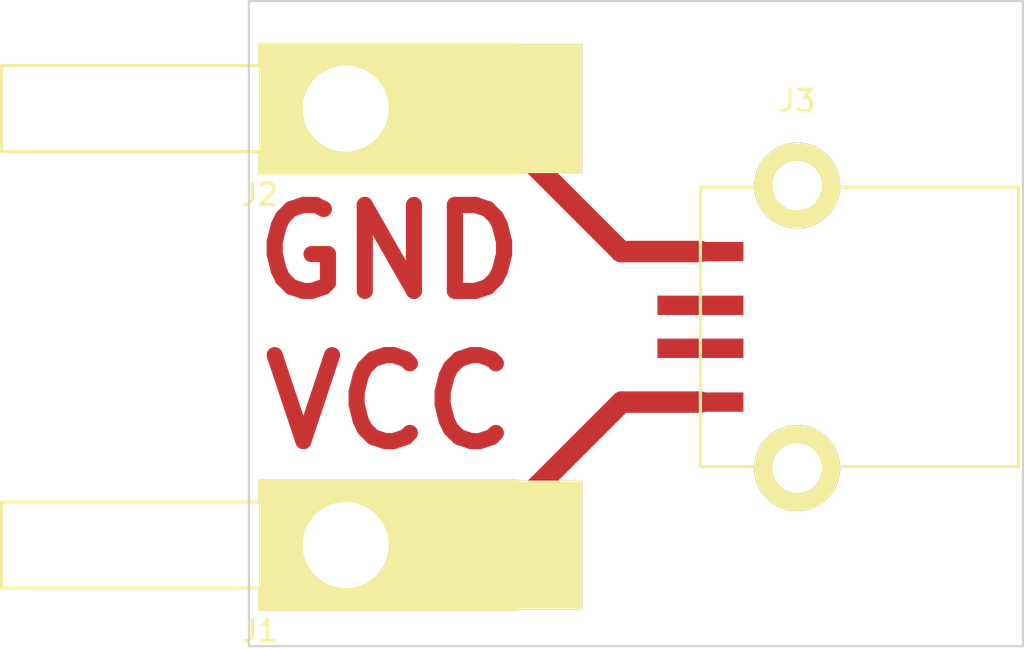
<source format=kicad_pcb>
(kicad_pcb (version 4) (host pcbnew "(2015-06-16 BZR 5762, Git d3b3131)-product")

  (general
    (links 2)
    (no_connects 0)
    (area 7.724999 14.875 55.575001 45.275)
    (thickness 1.6)
    (drawings 6)
    (tracks 6)
    (zones 0)
    (modules 3)
    (nets 5)
  )

  (page A4)
  (layers
    (0 F.Cu signal)
    (31 B.Cu signal)
    (32 B.Adhes user)
    (33 F.Adhes user)
    (34 B.Paste user)
    (35 F.Paste user)
    (36 B.SilkS user)
    (37 F.SilkS user)
    (38 B.Mask user)
    (39 F.Mask user)
    (40 Dwgs.User user)
    (41 Cmts.User user)
    (42 Eco1.User user)
    (43 Eco2.User user)
    (44 Edge.Cuts user)
    (45 Margin user)
    (46 B.CrtYd user)
    (47 F.CrtYd user)
    (48 B.Fab user)
    (49 F.Fab user)
  )

  (setup
    (last_trace_width 0.25)
    (user_trace_width 0.5)
    (user_trace_width 1)
    (user_trace_width 1.5)
    (trace_clearance 0.2)
    (zone_clearance 0.508)
    (zone_45_only no)
    (trace_min 0.2)
    (segment_width 0.2)
    (edge_width 0.1)
    (via_size 0.6)
    (via_drill 0.4)
    (via_min_size 0.4)
    (via_min_drill 0.3)
    (uvia_size 0.3)
    (uvia_drill 0.1)
    (uvias_allowed no)
    (uvia_min_size 0.2)
    (uvia_min_drill 0.1)
    (pcb_text_width 0.3)
    (pcb_text_size 1.5 1.5)
    (mod_edge_width 0.15)
    (mod_text_size 1 1)
    (mod_text_width 0.15)
    (pad_size 1.5 1.5)
    (pad_drill 0.6)
    (pad_to_mask_clearance 0)
    (aux_axis_origin 0 0)
    (visible_elements 7FFFFFFF)
    (pcbplotparams
      (layerselection 0x00030_80000001)
      (usegerberextensions false)
      (excludeedgelayer true)
      (linewidth 0.100000)
      (plotframeref false)
      (viasonmask false)
      (mode 1)
      (useauxorigin false)
      (hpglpennumber 1)
      (hpglpenspeed 20)
      (hpglpendiameter 15)
      (hpglpenoverlay 2)
      (psnegative false)
      (psa4output false)
      (plotreference true)
      (plotvalue true)
      (plotinvisibletext false)
      (padsonsilk false)
      (subtractmaskfromsilk false)
      (outputformat 1)
      (mirror false)
      (drillshape 1)
      (scaleselection 1)
      (outputdirectory ""))
  )

  (net 0 "")
  (net 1 "Net-(J3-Pad3)")
  (net 2 "Net-(J3-Pad2)")
  (net 3 VCC)
  (net 4 GND)

  (net_class Default "This is the default net class."
    (clearance 0.2)
    (trace_width 0.25)
    (via_dia 0.6)
    (via_drill 0.4)
    (uvia_dia 0.3)
    (uvia_drill 0.1)
    (add_net GND)
    (add_net "Net-(J3-Pad2)")
    (add_net "Net-(J3-Pad3)")
    (add_net VCC)
  )

  (module suf_connector_misc:BANANA-PLUG (layer F.Cu) (tedit 5588DF18) (tstamp 5588E14E)
    (at 20 40.3)
    (path /5588DE6D)
    (fp_text reference J1 (at 0 4) (layer F.SilkS)
      (effects (font (size 1 1) (thickness 0.15)))
    )
    (fp_text value CONN_1 (at 0 -4) (layer F.Fab)
      (effects (font (size 1 1) (thickness 0.15)))
    )
    (fp_line (start 0 -2) (end -12 -2) (layer F.SilkS) (width 0.15))
    (fp_line (start -12 -2) (end -12 2) (layer F.SilkS) (width 0.15))
    (fp_line (start -12 2) (end 0 2) (layer F.SilkS) (width 0.15))
    (fp_line (start 0 2) (end 0 3) (layer F.SilkS) (width 0.15))
    (fp_line (start 0 3) (end 12 3) (layer F.SilkS) (width 0.15))
    (fp_line (start 12 3) (end 12 -3) (layer F.SilkS) (width 0.15))
    (fp_line (start 12 -3) (end 0 -3) (layer F.SilkS) (width 0.15))
    (fp_line (start 0 -3) (end 0 -2) (layer F.SilkS) (width 0.15))
    (pad 1 thru_hole rect (at 4 0) (size 15 6) (drill 4 (offset 3.5 0)) (layers *.Cu *.Mask F.SilkS)
      (net 3 VCC))
  )

  (module suf_connector_misc:BANANA-PLUG (layer F.Cu) (tedit 5588DF18) (tstamp 5588E15B)
    (at 20 20)
    (path /5588DEEF)
    (fp_text reference J2 (at 0 4) (layer F.SilkS)
      (effects (font (size 1 1) (thickness 0.15)))
    )
    (fp_text value CONN_1 (at 0 -4) (layer F.Fab)
      (effects (font (size 1 1) (thickness 0.15)))
    )
    (fp_line (start 0 -2) (end -12 -2) (layer F.SilkS) (width 0.15))
    (fp_line (start -12 -2) (end -12 2) (layer F.SilkS) (width 0.15))
    (fp_line (start -12 2) (end 0 2) (layer F.SilkS) (width 0.15))
    (fp_line (start 0 2) (end 0 3) (layer F.SilkS) (width 0.15))
    (fp_line (start 0 3) (end 12 3) (layer F.SilkS) (width 0.15))
    (fp_line (start 12 3) (end 12 -3) (layer F.SilkS) (width 0.15))
    (fp_line (start 12 -3) (end 0 -3) (layer F.SilkS) (width 0.15))
    (fp_line (start 0 -3) (end 0 -2) (layer F.SilkS) (width 0.15))
    (pad 1 thru_hole rect (at 4 0) (size 15 6) (drill 4 (offset 3.5 0)) (layers *.Cu *.Mask F.SilkS)
      (net 4 GND))
  )

  (module suf_connector_usb:USB-A_SMD (layer F.Cu) (tedit 556CC6DE) (tstamp 5588E169)
    (at 45 30.15 180)
    (path /5588DDD7)
    (fp_text reference J3 (at 0 10.5 180) (layer F.SilkS)
      (effects (font (size 1 1) (thickness 0.15)))
    )
    (fp_text value USB_2 (at 0 -10.5 180) (layer F.Fab)
      (effects (font (size 1 1) (thickness 0.15)))
    )
    (fp_line (start 4.5 -6.5) (end -10.3 -6.5) (layer F.SilkS) (width 0.15))
    (fp_line (start -10.3 -6.5) (end -10.3 6.5) (layer F.SilkS) (width 0.15))
    (fp_line (start -10.3 6.5) (end 4.5 6.5) (layer F.SilkS) (width 0.15))
    (fp_line (start 4.5 6.5) (end 4.5 -6.5) (layer F.SilkS) (width 0.15))
    (pad 4 smd rect (at 4.5 3.5 180) (size 4 0.9) (layers F.Cu F.Paste F.Mask)
      (net 4 GND))
    (pad 3 smd rect (at 4.5 1 180) (size 4 0.9) (layers F.Cu F.Paste F.Mask)
      (net 1 "Net-(J3-Pad3)"))
    (pad 2 smd rect (at 4.5 -1 180) (size 4 0.9) (layers F.Cu F.Paste F.Mask)
      (net 2 "Net-(J3-Pad2)"))
    (pad 1 smd rect (at 4.5 -3.5 180) (size 4 0.9) (layers F.Cu F.Paste F.Mask)
      (net 3 VCC))
    (pad "" thru_hole circle (at 0 -6.57 180) (size 4 4) (drill 2.3) (layers *.Cu *.Mask F.SilkS))
    (pad "" thru_hole circle (at 0 6.57 180) (size 4 4) (drill 2.3) (layers *.Cu *.Mask F.SilkS))
  )

  (gr_line (start 55.5 15) (end 19.5 15) (angle 90) (layer Edge.Cuts) (width 0.1))
  (gr_line (start 55.5 45) (end 55.5 15) (angle 90) (layer Edge.Cuts) (width 0.1))
  (gr_line (start 19.5 45) (end 55.5 45) (angle 90) (layer Edge.Cuts) (width 0.1))
  (gr_line (start 19.5 15) (end 19.5 45) (angle 90) (layer Edge.Cuts) (width 0.1))
  (gr_text VCC (at 26.035 33.655) (layer F.Cu)
    (effects (font (size 4 4) (thickness 0.75)))
  )
  (gr_text GND (at 26.035 26.67) (layer F.Cu)
    (effects (font (size 4 4) (thickness 0.75)))
  )

  (segment (start 36.835 33.65) (end 40.5 33.65) (width 1) (layer F.Cu) (net 3) (tstamp 5588E1EC))
  (segment (start 30.185 40.3) (end 36.835 33.65) (width 1) (layer F.Cu) (net 3) (tstamp 5588E1EA))
  (segment (start 24 40.3) (end 30.185 40.3) (width 1) (layer F.Cu) (net 3))
  (segment (start 36.81 26.65) (end 40.5 26.65) (width 1) (layer F.Cu) (net 4) (tstamp 5588E1E7))
  (segment (start 30.16 20) (end 36.81 26.65) (width 1) (layer F.Cu) (net 4) (tstamp 5588E1E5))
  (segment (start 24 20) (end 30.16 20) (width 1) (layer F.Cu) (net 4))

)

</source>
